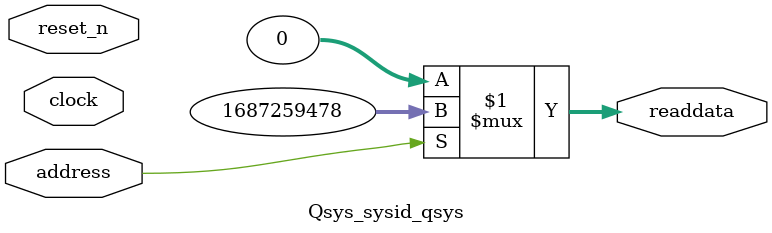
<source format=v>



// synthesis translate_off
`timescale 1ns / 1ps
// synthesis translate_on

// turn off superfluous verilog processor warnings 
// altera message_level Level1 
// altera message_off 10034 10035 10036 10037 10230 10240 10030 

module Qsys_sysid_qsys (
               // inputs:
                address,
                clock,
                reset_n,

               // outputs:
                readdata
             )
;

  output  [ 31: 0] readdata;
  input            address;
  input            clock;
  input            reset_n;

  wire    [ 31: 0] readdata;
  //control_slave, which is an e_avalon_slave
  assign readdata = address ? 1687259478 : 0;

endmodule



</source>
